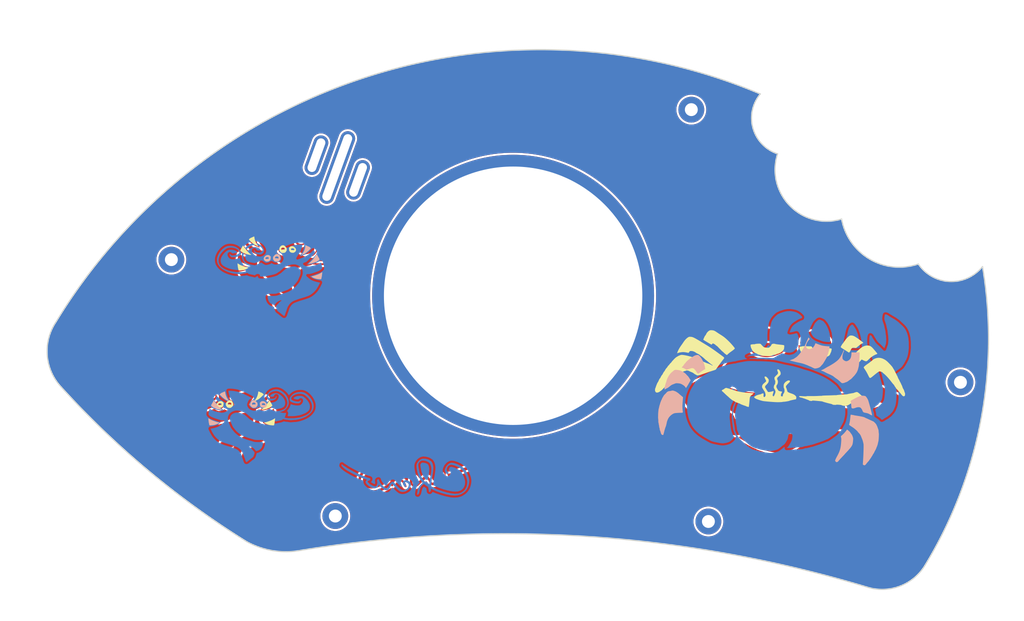
<source format=kicad_pcb>
(kicad_pcb (version 20241229) (generator "pcbnew") (generator_version "9.0")
  (layers (0 "F.Cu" signal) (2 "B.Cu" signal) (13 "F.Paste" user) (15 "B.Paste" user) (5 "F.SilkS" user "F.Silkscreen") (7 "B.SilkS" user "B.Silkscreen") (1 "F.Mask" user) (3 "B.Mask" user) (25 "Edge.Cuts" user))
  (net 0 "")
  (net 1 "gnd")
  (footprint "LOGO" (layer "F.Cu") (at 154.627062 109.785586 -5)
    (property "Reference" "G***" (hide yes))
    (property "Value" "LOGO" (hide yes))
  )
  (footprint "" (layer "F.Cu") (at 82.064864 74.52711 70)
    (property "Reference" "" (hide yes))
    (property "Value" "" (hide yes))
  )
  (footprint "" (layer "F.Cu") (at 141.72 132.7)
    (property "Reference" "")
    (property "Value" "")
  )
  (footprint "" (layer "F.Cu") (at 50.27 88.11)
    (property "Reference" "")
    (property "Value" "")
  )
  (footprint "LOGO" (layer "F.Cu") (at 92.745105 124.832667 10)
    (property "Reference" "G***" (hide yes))
    (property "Value" "LOGO" (hide yes))
  )
  (footprint "" (layer "F.Cu") (at 138.81 62.57)
    (property "Reference" "")
    (property "Value" "")
  )
  (footprint "" (layer "F.Cu") (at 108.465045 94.259561)
    (property "Reference" "")
    (property "Value" "")
  )
  (footprint "" (layer "F.Cu") (at 184.64 109)
    (property "Reference" "")
    (property "Value" "")
  )
  (footprint "LOGO" (layer "F.Cu") (at 59 115 20)
    (property "Reference" "G***" (hide yes))
    (property "Value" "LOGO" (hide yes))
  )
  (footprint "LOGO" (layer "F.Cu") (at 69.76105 88.358902 -20)
    (property "Reference" "G***" (hide yes))
    (property "Value" "LOGO" (hide yes))
  )
  (footprint "" (layer "F.Cu") (at 74.975136 70.32289 70)
    (property "Reference" "" (hide yes))
    (property "Value" "" (hide yes))
  )
  (footprint "" (layer "F.Cu") (at 78.188929 131.772173)
    (property "Reference" "")
    (property "Value" "")
  )
  (footprint "" (layer "F.Cu") (at 78.52 72.425 70)
    (property "Reference" "" (hide yes))
    (property "Value" "" (hide yes))
  )
  (footprint "LOGO" (layer "B.Cu") (at 90.094263 124.499304 165)
    (property "Reference" "G***" (hide yes))
    (property "Value" "LOGO" (hide yes))
  )
  (footprint "LOGO" (layer "B.Cu") (at 67.738951 89.858902 -160)
    (property "Reference" "G***" (hide yes))
    (property "Value" "LOGO" (hide yes))
  )
  (footprint "LOGO" (layer "B.Cu") (at 65.5 115 160)
    (property "Reference" "G***" (hide yes))
    (property "Value" "LOGO" (hide yes))
  )
  (footprint "LOGO" (layer "B.Cu") (at 155.303961 109.438828 175)
    (property "Reference" "G***" (hide yes))
    (property "Value" "LOGO" (hide yes))
  )
  (gr_arc (start 31.54 109.82) (mid 29.139107 104.441157) (end 30.62 98.74) (stroke (width 0.2)) (layer "Edge.Cuts"))
  (gr_arc (start 164.4 81.2) (mid 155.585268 78.954106) (end 153.5 70.1) (stroke (width 0.2)) (layer "Edge.Cuts"))
  (gr_arc (start 188.4 89.3) (mid 188.097567 115.544927) (end 178.67 140.04) (stroke (width 0.2)) (layer "Edge.Cuts"))
  (gr_arc (start 178.67 140.04) (mid 174.418328 143.675159) (end 168.828863 143.896452) (stroke (width 0.2)) (layer "Edge.Cuts"))
  (gr_arc (start 177.46 88.86) (mid 169.172585 88.026325) (end 164.4 81.2) (stroke (width 0.2)) (layer "Edge.Cuts"))
  (gr_arc (start 63.05 136.1) (mid 46.384788 124.051354) (end 31.54 109.82) (stroke (width 0.2)) (layer "Edge.Cuts"))
  (gr_arc (start 72.33 137.61) (mid 120.93861 135.239735) (end 168.828863 143.896452) (stroke (width 0.2)) (layer "Edge.Cuts"))
  (gr_arc (start 30.62 98.74) (mid 83.375574 57.058765) (end 150.55 59.9) (stroke (width 0.2)) (layer "Edge.Cuts"))
  (gr_arc (start 72.33 137.61) (mid 67.557893 137.66689) (end 63.05 136.1) (stroke (width 0.2)) (layer "Edge.Cuts"))
  (gr_arc (start 188.4 89.3) (mid 182.818971 91.840574) (end 177.46 88.86) (stroke (width 0.2)) (layer "Edge.Cuts"))
  (gr_arc (start 153.5 70.1) (mid 149.318606 65.782731) (end 150.55 59.9) (stroke (width 0.2)) (layer "Edge.Cuts"))
  (zone (net 1) (net_name "gnd") (layers "F.Cu" "B.Cu") (connect_pads (clearance 0.35)) (min_thickness 0.127) (fill yes (thermal_gap 0.2) (thermal_bridge_width 0.2) (island_removal_mode 2) (island_area_min 20))
    (polygon (pts (xy 195.47 149.63) (xy 21.09 149.63) (xy 21.09 43.9) (xy 195.47 43.9)))
  )
)
</source>
